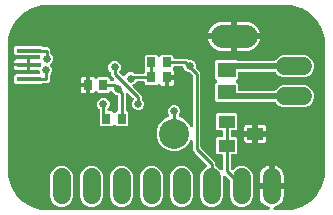
<source format=gbr>
G04 EAGLE Gerber X2 export*
%TF.Part,Single*%
%TF.FileFunction,Copper,L2,Bot,Mixed*%
%TF.FilePolarity,Positive*%
%TF.GenerationSoftware,Autodesk,EAGLE,9.0.0*%
%TF.CreationDate,2018-05-02T08:01:06Z*%
G75*
%MOMM*%
%FSLAX34Y34*%
%LPD*%
%AMOC8*
5,1,8,0,0,1.08239X$1,22.5*%
G01*
%ADD10R,0.700000X0.900000*%
%ADD11R,2.000000X0.400000*%
%ADD12R,1.500000X1.300000*%
%ADD13C,1.500000*%
%ADD14C,1.981200*%
%ADD15C,2.540000*%
%ADD16R,1.400000X1.000000*%
%ADD17C,1.524000*%
%ADD18C,0.650000*%
%ADD19C,0.254000*%
%ADD20C,0.508000*%

G36*
X225982Y5397D02*
X225982Y5397D01*
X226101Y5404D01*
X226139Y5417D01*
X226179Y5422D01*
X226290Y5465D01*
X226404Y5502D01*
X226437Y5524D01*
X226475Y5539D01*
X226571Y5609D01*
X226672Y5673D01*
X226700Y5702D01*
X226732Y5725D01*
X226808Y5817D01*
X226890Y5904D01*
X226909Y5940D01*
X226935Y5970D01*
X226986Y6078D01*
X227043Y6183D01*
X227053Y6222D01*
X227070Y6258D01*
X227093Y6375D01*
X227123Y6491D01*
X227123Y6531D01*
X227130Y6570D01*
X227123Y6690D01*
X227123Y6809D01*
X227113Y6848D01*
X227110Y6888D01*
X227074Y7001D01*
X227044Y7117D01*
X227025Y7152D01*
X227012Y7190D01*
X226948Y7291D01*
X226891Y7396D01*
X226864Y7425D01*
X226842Y7459D01*
X226755Y7541D01*
X226674Y7628D01*
X226640Y7650D01*
X226611Y7677D01*
X226506Y7735D01*
X226405Y7799D01*
X226350Y7821D01*
X226332Y7831D01*
X226312Y7836D01*
X226256Y7858D01*
X224700Y8364D01*
X223275Y9090D01*
X221981Y10030D01*
X220850Y11161D01*
X219910Y12455D01*
X219184Y13880D01*
X218689Y15401D01*
X218439Y16980D01*
X218439Y22861D01*
X227330Y22861D01*
X227448Y22876D01*
X227567Y22883D01*
X227605Y22896D01*
X227645Y22901D01*
X227756Y22944D01*
X227869Y22981D01*
X227903Y23003D01*
X227941Y23018D01*
X228037Y23088D01*
X228138Y23151D01*
X228166Y23181D01*
X228198Y23204D01*
X228274Y23296D01*
X228356Y23383D01*
X228375Y23418D01*
X228401Y23449D01*
X228452Y23557D01*
X228509Y23661D01*
X228520Y23701D01*
X228537Y23737D01*
X228559Y23854D01*
X228589Y23969D01*
X228593Y24030D01*
X228597Y24050D01*
X228595Y24070D01*
X228599Y24130D01*
X228599Y25401D01*
X228601Y25401D01*
X228601Y24130D01*
X228616Y24012D01*
X228623Y23893D01*
X228636Y23855D01*
X228641Y23814D01*
X228685Y23704D01*
X228721Y23591D01*
X228743Y23556D01*
X228758Y23519D01*
X228828Y23423D01*
X228891Y23322D01*
X228921Y23294D01*
X228945Y23261D01*
X229036Y23186D01*
X229123Y23104D01*
X229158Y23084D01*
X229190Y23059D01*
X229297Y23008D01*
X229402Y22950D01*
X229441Y22940D01*
X229477Y22923D01*
X229594Y22901D01*
X229709Y22871D01*
X229770Y22867D01*
X229790Y22863D01*
X229810Y22865D01*
X229870Y22861D01*
X238761Y22861D01*
X238761Y16980D01*
X238511Y15401D01*
X238016Y13880D01*
X237290Y12455D01*
X236350Y11161D01*
X235219Y10030D01*
X233925Y9090D01*
X232500Y8364D01*
X230944Y7858D01*
X230836Y7807D01*
X230725Y7763D01*
X230693Y7740D01*
X230657Y7723D01*
X230565Y7647D01*
X230468Y7577D01*
X230442Y7546D01*
X230411Y7520D01*
X230341Y7423D01*
X230265Y7332D01*
X230248Y7295D01*
X230224Y7263D01*
X230180Y7151D01*
X230130Y7044D01*
X230122Y7005D01*
X230107Y6967D01*
X230092Y6848D01*
X230070Y6731D01*
X230072Y6692D01*
X230067Y6652D01*
X230082Y6533D01*
X230090Y6414D01*
X230102Y6376D01*
X230107Y6336D01*
X230151Y6225D01*
X230188Y6112D01*
X230209Y6078D01*
X230224Y6040D01*
X230294Y5944D01*
X230358Y5843D01*
X230387Y5815D01*
X230411Y5783D01*
X230502Y5707D01*
X230589Y5625D01*
X230625Y5606D01*
X230655Y5580D01*
X230763Y5529D01*
X230868Y5471D01*
X230907Y5461D01*
X230943Y5444D01*
X231060Y5422D01*
X231176Y5392D01*
X231235Y5388D01*
X231255Y5384D01*
X231276Y5386D01*
X231337Y5382D01*
X241300Y5382D01*
X241321Y5384D01*
X241383Y5384D01*
X245488Y5654D01*
X245531Y5662D01*
X245576Y5662D01*
X245733Y5694D01*
X253664Y7819D01*
X253743Y7851D01*
X253825Y7874D01*
X253948Y7935D01*
X253958Y7939D01*
X253962Y7942D01*
X253970Y7946D01*
X261080Y12051D01*
X261148Y12102D01*
X261222Y12146D01*
X261325Y12237D01*
X261333Y12243D01*
X261336Y12246D01*
X261342Y12252D01*
X267148Y18058D01*
X267200Y18125D01*
X267260Y18186D01*
X267336Y18300D01*
X267343Y18309D01*
X267344Y18313D01*
X267349Y18320D01*
X271454Y25430D01*
X271487Y25509D01*
X271530Y25584D01*
X271553Y25653D01*
X271562Y25672D01*
X271565Y25690D01*
X271573Y25714D01*
X271578Y25724D01*
X271578Y25728D01*
X271581Y25736D01*
X273706Y33667D01*
X273712Y33710D01*
X273726Y33752D01*
X273746Y33912D01*
X274016Y38017D01*
X274014Y38038D01*
X274018Y38100D01*
X274018Y146050D01*
X274016Y146071D01*
X274016Y146133D01*
X273746Y150238D01*
X273738Y150281D01*
X273738Y150326D01*
X273706Y150483D01*
X271581Y158414D01*
X271549Y158493D01*
X271526Y158575D01*
X271465Y158698D01*
X271461Y158708D01*
X271458Y158712D01*
X271454Y158720D01*
X267349Y165830D01*
X267298Y165898D01*
X267254Y165972D01*
X267163Y166075D01*
X267157Y166083D01*
X267154Y166086D01*
X267148Y166092D01*
X261342Y171898D01*
X261275Y171950D01*
X261214Y172010D01*
X261100Y172086D01*
X261091Y172093D01*
X261087Y172094D01*
X261080Y172099D01*
X253970Y176204D01*
X253891Y176237D01*
X253816Y176280D01*
X253687Y176323D01*
X253676Y176328D01*
X253672Y176328D01*
X253664Y176331D01*
X245733Y178456D01*
X245690Y178462D01*
X245648Y178476D01*
X245488Y178496D01*
X241383Y178766D01*
X241362Y178764D01*
X241300Y178768D01*
X38100Y178768D01*
X38079Y178766D01*
X38017Y178766D01*
X33912Y178496D01*
X33869Y178488D01*
X33824Y178488D01*
X33667Y178456D01*
X25736Y176331D01*
X25657Y176299D01*
X25575Y176276D01*
X25452Y176215D01*
X25442Y176211D01*
X25438Y176208D01*
X25430Y176204D01*
X18320Y172099D01*
X18252Y172048D01*
X18178Y172004D01*
X18075Y171913D01*
X18067Y171907D01*
X18064Y171904D01*
X18058Y171898D01*
X12252Y166092D01*
X12200Y166025D01*
X12140Y165964D01*
X12064Y165850D01*
X12057Y165841D01*
X12056Y165837D01*
X12051Y165830D01*
X7946Y158720D01*
X7913Y158641D01*
X7870Y158566D01*
X7827Y158437D01*
X7822Y158426D01*
X7822Y158422D01*
X7819Y158414D01*
X5694Y150483D01*
X5688Y150440D01*
X5674Y150398D01*
X5654Y150238D01*
X5648Y150157D01*
X5384Y146133D01*
X5386Y146112D01*
X5382Y146050D01*
X5382Y38100D01*
X5384Y38079D01*
X5384Y38017D01*
X5654Y33912D01*
X5662Y33869D01*
X5662Y33824D01*
X5694Y33667D01*
X7819Y25736D01*
X7851Y25657D01*
X7874Y25575D01*
X7935Y25452D01*
X7939Y25442D01*
X7942Y25438D01*
X7946Y25430D01*
X12051Y18320D01*
X12102Y18252D01*
X12146Y18178D01*
X12237Y18075D01*
X12243Y18067D01*
X12246Y18064D01*
X12252Y18058D01*
X18058Y12252D01*
X18125Y12200D01*
X18186Y12140D01*
X18300Y12064D01*
X18309Y12057D01*
X18313Y12056D01*
X18320Y12051D01*
X25430Y7946D01*
X25509Y7913D01*
X25584Y7870D01*
X25713Y7827D01*
X25724Y7822D01*
X25728Y7822D01*
X25736Y7819D01*
X33667Y5694D01*
X33710Y5688D01*
X33752Y5674D01*
X33912Y5654D01*
X38017Y5384D01*
X38038Y5386D01*
X38100Y5382D01*
X225863Y5382D01*
X225982Y5397D01*
G37*
%LPC*%
G36*
X175886Y8159D02*
X175886Y8159D01*
X172350Y9624D01*
X169644Y12330D01*
X168179Y15866D01*
X168179Y34934D01*
X169644Y38470D01*
X172350Y41176D01*
X173493Y41649D01*
X173536Y41674D01*
X173583Y41691D01*
X173674Y41753D01*
X173769Y41807D01*
X173805Y41842D01*
X173846Y41869D01*
X173919Y41952D01*
X173998Y42028D01*
X174024Y42071D01*
X174057Y42108D01*
X174107Y42206D01*
X174164Y42299D01*
X174179Y42347D01*
X174201Y42391D01*
X174225Y42498D01*
X174258Y42603D01*
X174260Y42653D01*
X174271Y42701D01*
X174268Y42811D01*
X174273Y42921D01*
X174263Y42970D01*
X174261Y43019D01*
X174231Y43125D01*
X174209Y43232D01*
X174187Y43277D01*
X174173Y43325D01*
X174117Y43419D01*
X174069Y43518D01*
X174036Y43556D01*
X174011Y43599D01*
X173905Y43720D01*
X164117Y53508D01*
X161829Y55795D01*
X161829Y63149D01*
X161821Y63218D01*
X161822Y63288D01*
X161801Y63375D01*
X161789Y63464D01*
X161764Y63529D01*
X161747Y63597D01*
X161705Y63676D01*
X161672Y63760D01*
X161631Y63816D01*
X161599Y63878D01*
X161538Y63945D01*
X161486Y64017D01*
X161432Y64062D01*
X161385Y64113D01*
X161310Y64163D01*
X161241Y64220D01*
X161177Y64250D01*
X161119Y64288D01*
X161034Y64317D01*
X160953Y64356D01*
X160884Y64369D01*
X160818Y64391D01*
X160729Y64399D01*
X160641Y64415D01*
X160571Y64411D01*
X160501Y64417D01*
X160413Y64401D01*
X160323Y64396D01*
X160257Y64374D01*
X160188Y64362D01*
X160106Y64325D01*
X160021Y64298D01*
X159962Y64260D01*
X159898Y64232D01*
X159828Y64176D01*
X159752Y64127D01*
X159704Y64077D01*
X159650Y64033D01*
X159595Y63961D01*
X159534Y63896D01*
X159500Y63835D01*
X159458Y63779D01*
X159387Y63634D01*
X158513Y61523D01*
X154377Y57387D01*
X148974Y55149D01*
X143126Y55149D01*
X137723Y57387D01*
X133587Y61523D01*
X131349Y66926D01*
X131349Y72774D01*
X133587Y78177D01*
X137723Y82313D01*
X141263Y83779D01*
X141306Y83804D01*
X141353Y83821D01*
X141444Y83882D01*
X141539Y83937D01*
X141575Y83971D01*
X141616Y83999D01*
X141689Y84081D01*
X141768Y84158D01*
X141794Y84201D01*
X141827Y84238D01*
X141877Y84335D01*
X141934Y84429D01*
X141949Y84477D01*
X141971Y84521D01*
X141995Y84628D01*
X142028Y84733D01*
X142030Y84783D01*
X142041Y84831D01*
X142038Y84941D01*
X142043Y85051D01*
X142033Y85099D01*
X142031Y85149D01*
X142001Y85255D01*
X141979Y85362D01*
X141957Y85407D01*
X141943Y85455D01*
X141887Y85549D01*
X141839Y85648D01*
X141807Y85686D01*
X141781Y85729D01*
X141675Y85849D01*
X141599Y85926D01*
X140799Y87856D01*
X140799Y89944D01*
X141599Y91874D01*
X143076Y93351D01*
X145006Y94151D01*
X147094Y94151D01*
X149024Y93351D01*
X150501Y91874D01*
X151301Y89944D01*
X151301Y87856D01*
X150501Y85926D01*
X150425Y85849D01*
X150395Y85810D01*
X150358Y85777D01*
X150297Y85685D01*
X150230Y85598D01*
X150210Y85553D01*
X150183Y85511D01*
X150147Y85407D01*
X150104Y85306D01*
X150096Y85257D01*
X150080Y85210D01*
X150071Y85100D01*
X150054Y84992D01*
X150059Y84943D01*
X150055Y84893D01*
X150073Y84785D01*
X150084Y84676D01*
X150100Y84629D01*
X150109Y84580D01*
X150154Y84480D01*
X150191Y84376D01*
X150219Y84335D01*
X150240Y84290D01*
X150308Y84204D01*
X150370Y84113D01*
X150407Y84080D01*
X150438Y84041D01*
X150526Y83975D01*
X150608Y83903D01*
X150652Y83880D01*
X150692Y83850D01*
X150837Y83779D01*
X154377Y82313D01*
X158513Y78177D01*
X159387Y76066D01*
X159422Y76005D01*
X159448Y75940D01*
X159500Y75867D01*
X159545Y75789D01*
X159593Y75739D01*
X159634Y75683D01*
X159704Y75625D01*
X159766Y75561D01*
X159826Y75524D01*
X159879Y75480D01*
X159961Y75442D01*
X160037Y75395D01*
X160104Y75374D01*
X160167Y75344D01*
X160255Y75327D01*
X160341Y75301D01*
X160411Y75298D01*
X160480Y75285D01*
X160569Y75290D01*
X160659Y75286D01*
X160727Y75300D01*
X160797Y75304D01*
X160882Y75332D01*
X160970Y75350D01*
X161033Y75381D01*
X161099Y75402D01*
X161175Y75450D01*
X161256Y75490D01*
X161309Y75535D01*
X161368Y75573D01*
X161430Y75638D01*
X161498Y75696D01*
X161538Y75753D01*
X161586Y75804D01*
X161629Y75883D01*
X161681Y75956D01*
X161706Y76022D01*
X161740Y76083D01*
X161762Y76169D01*
X161794Y76254D01*
X161802Y76323D01*
X161819Y76391D01*
X161829Y76551D01*
X161829Y118769D01*
X161817Y118868D01*
X161814Y118967D01*
X161797Y119025D01*
X161789Y119085D01*
X161753Y119177D01*
X161725Y119272D01*
X161695Y119324D01*
X161672Y119381D01*
X161614Y119461D01*
X161564Y119546D01*
X161498Y119622D01*
X161486Y119638D01*
X161476Y119646D01*
X161458Y119667D01*
X159422Y121703D01*
X159344Y121763D01*
X159272Y121831D01*
X159219Y121860D01*
X159171Y121897D01*
X159080Y121937D01*
X158993Y121985D01*
X158935Y122000D01*
X158879Y122024D01*
X158781Y122039D01*
X158685Y122064D01*
X158585Y122070D01*
X158565Y122074D01*
X158552Y122072D01*
X158524Y122074D01*
X158131Y122074D01*
X156201Y122874D01*
X154724Y124351D01*
X153990Y126121D01*
X153976Y126146D01*
X153967Y126174D01*
X153897Y126284D01*
X153833Y126397D01*
X153812Y126418D01*
X153797Y126443D01*
X153702Y126532D01*
X153612Y126625D01*
X153586Y126641D01*
X153565Y126661D01*
X153451Y126724D01*
X153341Y126792D01*
X153312Y126800D01*
X153286Y126815D01*
X153161Y126847D01*
X153037Y126885D01*
X153007Y126887D01*
X152979Y126894D01*
X152818Y126904D01*
X146620Y126904D01*
X146502Y126889D01*
X146383Y126882D01*
X146345Y126869D01*
X146304Y126864D01*
X146194Y126821D01*
X146081Y126784D01*
X146046Y126762D01*
X146009Y126747D01*
X145913Y126678D01*
X145812Y126614D01*
X145784Y126584D01*
X145751Y126561D01*
X145675Y126469D01*
X145594Y126382D01*
X145574Y126347D01*
X145549Y126316D01*
X145498Y126208D01*
X145440Y126104D01*
X145430Y126064D01*
X145413Y126028D01*
X145391Y125911D01*
X145361Y125796D01*
X145357Y125736D01*
X145353Y125716D01*
X145355Y125695D01*
X145351Y125635D01*
X145351Y124745D01*
X145340Y124721D01*
X145288Y124622D01*
X145277Y124576D01*
X145259Y124533D01*
X145241Y124421D01*
X145215Y124312D01*
X145216Y124265D01*
X145209Y124218D01*
X145219Y124106D01*
X145222Y123994D01*
X145234Y123949D01*
X145239Y123902D01*
X145277Y123796D01*
X145307Y123688D01*
X145339Y123623D01*
X145346Y123603D01*
X145356Y123587D01*
X145378Y123543D01*
X145718Y122956D01*
X145891Y122309D01*
X145891Y119224D01*
X140330Y119224D01*
X140212Y119209D01*
X140093Y119202D01*
X140055Y119189D01*
X140015Y119184D01*
X139904Y119141D01*
X139791Y119104D01*
X139757Y119082D01*
X139719Y119067D01*
X139623Y118998D01*
X139522Y118934D01*
X139494Y118904D01*
X139462Y118881D01*
X139386Y118789D01*
X139304Y118702D01*
X139285Y118667D01*
X139259Y118636D01*
X139208Y118528D01*
X139151Y118424D01*
X139141Y118384D01*
X139123Y118348D01*
X139101Y118231D01*
X139095Y118229D01*
X139054Y118224D01*
X138944Y118180D01*
X138831Y118144D01*
X138796Y118122D01*
X138759Y118107D01*
X138662Y118037D01*
X138562Y117974D01*
X138534Y117944D01*
X138501Y117920D01*
X138425Y117829D01*
X138344Y117742D01*
X138324Y117707D01*
X138299Y117675D01*
X138248Y117568D01*
X138190Y117463D01*
X138180Y117424D01*
X138163Y117388D01*
X138141Y117271D01*
X138111Y117155D01*
X138107Y117095D01*
X138103Y117075D01*
X138105Y117055D01*
X138101Y116995D01*
X138101Y110434D01*
X136016Y110434D01*
X135369Y110607D01*
X134790Y110942D01*
X134317Y111415D01*
X134157Y111693D01*
X134081Y111793D01*
X134010Y111897D01*
X133985Y111919D01*
X133964Y111946D01*
X133866Y112024D01*
X133772Y112107D01*
X133742Y112123D01*
X133715Y112143D01*
X133600Y112195D01*
X133488Y112252D01*
X133455Y112259D01*
X133425Y112273D01*
X133301Y112294D01*
X133178Y112321D01*
X133144Y112320D01*
X133111Y112326D01*
X132986Y112316D01*
X132860Y112312D01*
X132828Y112302D01*
X132794Y112300D01*
X132676Y112258D01*
X132555Y112223D01*
X132526Y112206D01*
X132494Y112195D01*
X132389Y112126D01*
X132281Y112062D01*
X132244Y112030D01*
X132229Y112019D01*
X132214Y112003D01*
X132160Y111955D01*
X131179Y110974D01*
X122521Y110974D01*
X121349Y112146D01*
X121349Y112935D01*
X121334Y113053D01*
X121327Y113172D01*
X121314Y113210D01*
X121309Y113251D01*
X121266Y113361D01*
X121229Y113474D01*
X121207Y113509D01*
X121192Y113546D01*
X121123Y113642D01*
X121059Y113743D01*
X121029Y113771D01*
X121006Y113804D01*
X120914Y113880D01*
X120827Y113961D01*
X120792Y113981D01*
X120761Y114006D01*
X120653Y114057D01*
X120549Y114115D01*
X120509Y114125D01*
X120473Y114142D01*
X120356Y114164D01*
X120241Y114194D01*
X120181Y114198D01*
X120161Y114202D01*
X120140Y114200D01*
X120080Y114204D01*
X114737Y114204D01*
X114707Y114201D01*
X114677Y114203D01*
X114550Y114181D01*
X114421Y114164D01*
X114394Y114153D01*
X114364Y114148D01*
X114246Y114095D01*
X114126Y114047D01*
X114102Y114030D01*
X114074Y114017D01*
X113973Y113937D01*
X113868Y113861D01*
X113849Y113837D01*
X113826Y113819D01*
X113785Y113765D01*
X112174Y112154D01*
X111495Y111872D01*
X111452Y111848D01*
X111405Y111831D01*
X111314Y111769D01*
X111218Y111715D01*
X111183Y111680D01*
X111142Y111652D01*
X111069Y111570D01*
X110990Y111493D01*
X110964Y111451D01*
X110931Y111414D01*
X110881Y111316D01*
X110824Y111222D01*
X110809Y111175D01*
X110787Y111130D01*
X110762Y111023D01*
X110730Y110918D01*
X110728Y110869D01*
X110717Y110820D01*
X110720Y110710D01*
X110715Y110601D01*
X110725Y110552D01*
X110727Y110502D01*
X110757Y110397D01*
X110779Y110289D01*
X110801Y110244D01*
X110815Y110197D01*
X110871Y110102D01*
X110919Y110003D01*
X110951Y109966D01*
X110976Y109923D01*
X111083Y109802D01*
X118821Y102064D01*
X118821Y99586D01*
X118833Y99487D01*
X118836Y99388D01*
X118853Y99330D01*
X118861Y99270D01*
X118897Y99178D01*
X118925Y99083D01*
X118955Y99031D01*
X118978Y98974D01*
X119036Y98894D01*
X119086Y98809D01*
X119152Y98734D01*
X119164Y98717D01*
X119174Y98709D01*
X119192Y98688D01*
X120001Y97879D01*
X120801Y95949D01*
X120801Y93861D01*
X120001Y91931D01*
X118524Y90454D01*
X116594Y89654D01*
X114506Y89654D01*
X112576Y90454D01*
X111099Y91931D01*
X110299Y93861D01*
X110299Y95949D01*
X111099Y97879D01*
X111529Y98310D01*
X111602Y98404D01*
X111681Y98493D01*
X111699Y98529D01*
X111724Y98561D01*
X111771Y98670D01*
X111825Y98776D01*
X111834Y98816D01*
X111850Y98853D01*
X111869Y98971D01*
X111895Y99087D01*
X111894Y99127D01*
X111900Y99167D01*
X111889Y99286D01*
X111885Y99404D01*
X111874Y99443D01*
X111870Y99484D01*
X111830Y99596D01*
X111797Y99710D01*
X111776Y99745D01*
X111763Y99783D01*
X111696Y99881D01*
X111635Y99984D01*
X111596Y100029D01*
X111584Y100046D01*
X111569Y100059D01*
X111529Y100105D01*
X107187Y104446D01*
X107078Y104531D01*
X106971Y104620D01*
X106952Y104629D01*
X106936Y104641D01*
X106808Y104697D01*
X106683Y104756D01*
X106663Y104760D01*
X106644Y104768D01*
X106506Y104790D01*
X106370Y104816D01*
X106350Y104814D01*
X106330Y104817D01*
X106191Y104804D01*
X106053Y104796D01*
X106034Y104790D01*
X106014Y104788D01*
X105882Y104740D01*
X105751Y104698D01*
X105733Y104687D01*
X105714Y104680D01*
X105599Y104602D01*
X105482Y104528D01*
X105468Y104513D01*
X105451Y104501D01*
X105359Y104397D01*
X105264Y104296D01*
X105254Y104278D01*
X105241Y104263D01*
X105177Y104139D01*
X105110Y104017D01*
X105105Y103998D01*
X105096Y103980D01*
X105066Y103844D01*
X105031Y103710D01*
X105029Y103681D01*
X105026Y103669D01*
X105027Y103649D01*
X105021Y103549D01*
X105021Y90320D01*
X105036Y90202D01*
X105043Y90083D01*
X105056Y90045D01*
X105061Y90004D01*
X105104Y89894D01*
X105141Y89781D01*
X105163Y89746D01*
X105178Y89709D01*
X105247Y89613D01*
X105311Y89512D01*
X105341Y89484D01*
X105364Y89451D01*
X105456Y89375D01*
X105543Y89294D01*
X105578Y89274D01*
X105609Y89249D01*
X105717Y89198D01*
X105821Y89140D01*
X105861Y89130D01*
X105897Y89113D01*
X106014Y89091D01*
X106047Y89082D01*
X107251Y87879D01*
X107251Y77221D01*
X106079Y76049D01*
X97421Y76049D01*
X96148Y77323D01*
X96053Y77396D01*
X95964Y77475D01*
X95928Y77493D01*
X95896Y77518D01*
X95787Y77565D01*
X95681Y77619D01*
X95642Y77628D01*
X95604Y77644D01*
X95487Y77663D01*
X95371Y77689D01*
X95330Y77688D01*
X95290Y77694D01*
X95172Y77683D01*
X95053Y77679D01*
X95014Y77668D01*
X94974Y77664D01*
X94861Y77624D01*
X94747Y77591D01*
X94713Y77570D01*
X94674Y77557D01*
X94576Y77490D01*
X94473Y77429D01*
X94428Y77390D01*
X94411Y77378D01*
X94398Y77363D01*
X94353Y77323D01*
X93079Y76049D01*
X84421Y76049D01*
X83249Y77221D01*
X83249Y82899D01*
X83237Y82998D01*
X83234Y83097D01*
X83217Y83155D01*
X83209Y83215D01*
X83173Y83307D01*
X83145Y83402D01*
X83115Y83454D01*
X83092Y83511D01*
X83034Y83591D01*
X82984Y83676D01*
X82954Y83710D01*
X82954Y90144D01*
X82942Y90243D01*
X82939Y90342D01*
X82922Y90400D01*
X82914Y90460D01*
X82878Y90552D01*
X82850Y90647D01*
X82820Y90699D01*
X82797Y90756D01*
X82739Y90836D01*
X82689Y90921D01*
X82623Y90996D01*
X82611Y91013D01*
X82601Y91021D01*
X82583Y91042D01*
X81774Y91851D01*
X80974Y93781D01*
X80974Y95869D01*
X81774Y97799D01*
X83251Y99276D01*
X85181Y100076D01*
X87269Y100076D01*
X89199Y99276D01*
X90676Y97799D01*
X91476Y95869D01*
X91476Y93781D01*
X90676Y91851D01*
X90043Y91217D01*
X89958Y91108D01*
X89869Y91001D01*
X89861Y90982D01*
X89848Y90966D01*
X89793Y90838D01*
X89734Y90713D01*
X89730Y90693D01*
X89722Y90674D01*
X89700Y90536D01*
X89674Y90400D01*
X89675Y90380D01*
X89672Y90360D01*
X89685Y90221D01*
X89694Y90083D01*
X89700Y90064D01*
X89702Y90044D01*
X89749Y89913D01*
X89792Y89781D01*
X89803Y89763D01*
X89809Y89744D01*
X89887Y89630D01*
X89962Y89512D01*
X89977Y89498D01*
X89988Y89481D01*
X90092Y89389D01*
X90193Y89294D01*
X90211Y89284D01*
X90226Y89271D01*
X90350Y89208D01*
X90472Y89140D01*
X90492Y89135D01*
X90510Y89126D01*
X90646Y89096D01*
X90780Y89061D01*
X90808Y89059D01*
X90820Y89056D01*
X90840Y89057D01*
X90941Y89051D01*
X93079Y89051D01*
X94353Y87777D01*
X94447Y87704D01*
X94536Y87625D01*
X94572Y87607D01*
X94604Y87582D01*
X94713Y87535D01*
X94819Y87481D01*
X94858Y87472D01*
X94896Y87456D01*
X95013Y87437D01*
X95129Y87411D01*
X95170Y87412D01*
X95210Y87406D01*
X95328Y87417D01*
X95447Y87421D01*
X95486Y87432D01*
X95526Y87436D01*
X95638Y87476D01*
X95753Y87509D01*
X95788Y87530D01*
X95826Y87543D01*
X95924Y87610D01*
X96027Y87671D01*
X96072Y87710D01*
X96089Y87722D01*
X96102Y87737D01*
X96148Y87777D01*
X97443Y89073D01*
X97447Y89073D01*
X97485Y89086D01*
X97526Y89091D01*
X97636Y89134D01*
X97749Y89171D01*
X97784Y89193D01*
X97821Y89208D01*
X97917Y89277D01*
X98018Y89341D01*
X98046Y89371D01*
X98079Y89394D01*
X98155Y89486D01*
X98236Y89573D01*
X98256Y89608D01*
X98281Y89639D01*
X98332Y89747D01*
X98390Y89851D01*
X98400Y89891D01*
X98417Y89927D01*
X98439Y90044D01*
X98469Y90159D01*
X98473Y90219D01*
X98477Y90239D01*
X98475Y90260D01*
X98479Y90320D01*
X98479Y101430D01*
X98464Y101548D01*
X98457Y101667D01*
X98444Y101705D01*
X98439Y101746D01*
X98396Y101856D01*
X98359Y101969D01*
X98337Y102004D01*
X98322Y102041D01*
X98253Y102137D01*
X98189Y102238D01*
X98159Y102266D01*
X98136Y102299D01*
X98044Y102375D01*
X97957Y102456D01*
X97922Y102476D01*
X97891Y102501D01*
X97783Y102552D01*
X97679Y102610D01*
X97639Y102620D01*
X97603Y102637D01*
X97486Y102659D01*
X97462Y102665D01*
X95451Y103499D01*
X93974Y104976D01*
X93699Y105638D01*
X93675Y105681D01*
X93658Y105728D01*
X93596Y105819D01*
X93542Y105914D01*
X93507Y105950D01*
X93479Y105991D01*
X93397Y106064D01*
X93321Y106143D01*
X93278Y106169D01*
X93241Y106201D01*
X93143Y106251D01*
X93049Y106309D01*
X93002Y106323D01*
X92958Y106346D01*
X92851Y106370D01*
X92745Y106402D01*
X92696Y106405D01*
X92647Y106416D01*
X92538Y106412D01*
X92428Y106418D01*
X92379Y106408D01*
X92329Y106406D01*
X92224Y106376D01*
X92116Y106353D01*
X92072Y106331D01*
X92024Y106318D01*
X91929Y106262D01*
X91831Y106214D01*
X91793Y106181D01*
X91750Y106156D01*
X91629Y106050D01*
X90204Y104624D01*
X81546Y104624D01*
X80565Y105605D01*
X80466Y105683D01*
X80371Y105765D01*
X80340Y105780D01*
X80314Y105800D01*
X80199Y105850D01*
X80086Y105906D01*
X80053Y105913D01*
X80022Y105927D01*
X79898Y105946D01*
X79775Y105973D01*
X79741Y105971D01*
X79708Y105977D01*
X79582Y105965D01*
X79457Y105960D01*
X79425Y105950D01*
X79391Y105947D01*
X79273Y105904D01*
X79153Y105868D01*
X79124Y105851D01*
X79092Y105839D01*
X78988Y105769D01*
X78880Y105704D01*
X78857Y105680D01*
X78829Y105661D01*
X78746Y105566D01*
X78658Y105477D01*
X78631Y105436D01*
X78618Y105422D01*
X78608Y105403D01*
X78568Y105343D01*
X78408Y105065D01*
X77935Y104592D01*
X77356Y104257D01*
X76709Y104084D01*
X74624Y104084D01*
X74624Y110645D01*
X74609Y110763D01*
X74602Y110882D01*
X74589Y110920D01*
X74584Y110960D01*
X74541Y111071D01*
X74525Y111119D01*
X74535Y111137D01*
X74545Y111176D01*
X74562Y111212D01*
X74584Y111329D01*
X74614Y111445D01*
X74618Y111505D01*
X74622Y111525D01*
X74620Y111545D01*
X74624Y111605D01*
X74624Y118166D01*
X76709Y118166D01*
X77356Y117993D01*
X77935Y117658D01*
X78408Y117185D01*
X78568Y116907D01*
X78644Y116807D01*
X78715Y116703D01*
X78740Y116681D01*
X78761Y116654D01*
X78859Y116576D01*
X78953Y116493D01*
X78983Y116477D01*
X79010Y116457D01*
X79125Y116405D01*
X79237Y116348D01*
X79270Y116341D01*
X79300Y116327D01*
X79424Y116306D01*
X79547Y116279D01*
X79581Y116280D01*
X79614Y116274D01*
X79739Y116284D01*
X79865Y116288D01*
X79897Y116298D01*
X79931Y116300D01*
X80049Y116342D01*
X80170Y116377D01*
X80199Y116394D01*
X80231Y116405D01*
X80336Y116474D01*
X80444Y116538D01*
X80481Y116570D01*
X80496Y116581D01*
X80511Y116597D01*
X80565Y116645D01*
X81546Y117626D01*
X90204Y117626D01*
X91376Y116454D01*
X91376Y115665D01*
X91391Y115547D01*
X91398Y115428D01*
X91411Y115390D01*
X91416Y115349D01*
X91459Y115239D01*
X91496Y115126D01*
X91518Y115091D01*
X91533Y115054D01*
X91602Y114958D01*
X91666Y114857D01*
X91696Y114829D01*
X91719Y114796D01*
X91811Y114720D01*
X91898Y114639D01*
X91933Y114619D01*
X91964Y114594D01*
X92072Y114543D01*
X92176Y114485D01*
X92216Y114475D01*
X92252Y114458D01*
X92369Y114436D01*
X92484Y114406D01*
X92544Y114402D01*
X92564Y114398D01*
X92585Y114400D01*
X92645Y114396D01*
X94174Y114396D01*
X94311Y114413D01*
X94450Y114426D01*
X94469Y114433D01*
X94489Y114436D01*
X94618Y114487D01*
X94749Y114534D01*
X94766Y114545D01*
X94785Y114553D01*
X94898Y114634D01*
X95013Y114712D01*
X95026Y114728D01*
X95042Y114739D01*
X95131Y114847D01*
X95223Y114951D01*
X95232Y114969D01*
X95245Y114984D01*
X95304Y115110D01*
X95368Y115234D01*
X95372Y115254D01*
X95381Y115272D01*
X95407Y115408D01*
X95437Y115544D01*
X95437Y115565D01*
X95441Y115584D01*
X95432Y115723D01*
X95428Y115862D01*
X95422Y115882D01*
X95421Y115902D01*
X95378Y116034D01*
X95339Y116168D01*
X95329Y116185D01*
X95323Y116204D01*
X95248Y116322D01*
X95178Y116442D01*
X95159Y116463D01*
X95153Y116473D01*
X95138Y116487D01*
X95071Y116562D01*
X92479Y119155D01*
X92479Y121319D01*
X92467Y121418D01*
X92464Y121517D01*
X92447Y121575D01*
X92439Y121635D01*
X92403Y121727D01*
X92375Y121822D01*
X92345Y121874D01*
X92322Y121931D01*
X92264Y122011D01*
X92214Y122096D01*
X92148Y122171D01*
X92136Y122188D01*
X92126Y122196D01*
X92108Y122217D01*
X91299Y123026D01*
X90499Y124956D01*
X90499Y127044D01*
X91299Y128974D01*
X92776Y130451D01*
X94706Y131251D01*
X96794Y131251D01*
X98724Y130451D01*
X100201Y128974D01*
X101001Y127044D01*
X101001Y124956D01*
X100201Y123026D01*
X99928Y122752D01*
X99855Y122658D01*
X99776Y122569D01*
X99758Y122533D01*
X99733Y122501D01*
X99686Y122392D01*
X99631Y122286D01*
X99623Y122246D01*
X99606Y122209D01*
X99588Y122091D01*
X99562Y121975D01*
X99563Y121935D01*
X99557Y121895D01*
X99568Y121776D01*
X99571Y121657D01*
X99583Y121619D01*
X99586Y121578D01*
X99627Y121466D01*
X99660Y121352D01*
X99680Y121317D01*
X99694Y121279D01*
X99761Y121181D01*
X99821Y121078D01*
X99861Y121033D01*
X99873Y121016D01*
X99888Y121003D01*
X99928Y120957D01*
X102397Y118488D01*
X102436Y118457D01*
X102470Y118421D01*
X102561Y118360D01*
X102648Y118293D01*
X102694Y118273D01*
X102735Y118246D01*
X102839Y118210D01*
X102940Y118167D01*
X102989Y118159D01*
X103036Y118143D01*
X103145Y118134D01*
X103254Y118117D01*
X103304Y118121D01*
X103353Y118117D01*
X103461Y118136D01*
X103571Y118147D01*
X103618Y118163D01*
X103667Y118172D01*
X103767Y118217D01*
X103870Y118254D01*
X103911Y118282D01*
X103957Y118302D01*
X104042Y118371D01*
X104133Y118433D01*
X104166Y118470D01*
X104205Y118501D01*
X104271Y118589D01*
X104344Y118671D01*
X104366Y118715D01*
X104396Y118755D01*
X104467Y118900D01*
X104749Y119579D01*
X106226Y121056D01*
X108156Y121856D01*
X110244Y121856D01*
X112206Y121043D01*
X112264Y120989D01*
X112317Y120960D01*
X112364Y120923D01*
X112455Y120883D01*
X112542Y120835D01*
X112601Y120820D01*
X112656Y120796D01*
X112754Y120781D01*
X112850Y120756D01*
X112950Y120750D01*
X112970Y120746D01*
X112983Y120748D01*
X113011Y120746D01*
X120080Y120746D01*
X120198Y120761D01*
X120317Y120768D01*
X120355Y120781D01*
X120396Y120786D01*
X120506Y120829D01*
X120619Y120866D01*
X120654Y120888D01*
X120691Y120903D01*
X120787Y120972D01*
X120888Y121036D01*
X120916Y121066D01*
X120949Y121089D01*
X121025Y121181D01*
X121106Y121268D01*
X121126Y121303D01*
X121151Y121334D01*
X121202Y121442D01*
X121260Y121546D01*
X121270Y121586D01*
X121287Y121622D01*
X121309Y121739D01*
X121339Y121854D01*
X121343Y121914D01*
X121347Y121934D01*
X121345Y121955D01*
X121349Y122015D01*
X121349Y122804D01*
X121473Y122927D01*
X121546Y123022D01*
X121625Y123111D01*
X121643Y123147D01*
X121668Y123179D01*
X121715Y123288D01*
X121769Y123394D01*
X121778Y123433D01*
X121794Y123471D01*
X121813Y123588D01*
X121839Y123704D01*
X121838Y123745D01*
X121844Y123785D01*
X121833Y123903D01*
X121829Y124022D01*
X121818Y124061D01*
X121814Y124101D01*
X121774Y124213D01*
X121741Y124328D01*
X121720Y124363D01*
X121707Y124401D01*
X121640Y124499D01*
X121579Y124602D01*
X121540Y124647D01*
X121528Y124664D01*
X121513Y124677D01*
X121473Y124722D01*
X121349Y124846D01*
X121349Y135504D01*
X122521Y136676D01*
X131179Y136676D01*
X132452Y135402D01*
X132547Y135329D01*
X132636Y135250D01*
X132672Y135232D01*
X132704Y135207D01*
X132813Y135160D01*
X132919Y135106D01*
X132958Y135097D01*
X132996Y135081D01*
X133113Y135062D01*
X133229Y135036D01*
X133270Y135037D01*
X133310Y135031D01*
X133428Y135042D01*
X133547Y135046D01*
X133586Y135057D01*
X133626Y135061D01*
X133739Y135101D01*
X133853Y135134D01*
X133887Y135155D01*
X133926Y135168D01*
X134024Y135235D01*
X134127Y135296D01*
X134172Y135335D01*
X134189Y135347D01*
X134202Y135362D01*
X134247Y135402D01*
X135521Y136676D01*
X144179Y136676D01*
X145351Y135504D01*
X145351Y134715D01*
X145366Y134597D01*
X145373Y134478D01*
X145386Y134440D01*
X145391Y134399D01*
X145434Y134289D01*
X145471Y134176D01*
X145493Y134141D01*
X145508Y134104D01*
X145577Y134008D01*
X145641Y133907D01*
X145671Y133879D01*
X145694Y133846D01*
X145786Y133770D01*
X145873Y133689D01*
X145908Y133669D01*
X145939Y133644D01*
X146047Y133593D01*
X146151Y133535D01*
X146191Y133525D01*
X146227Y133508D01*
X146344Y133486D01*
X146459Y133456D01*
X146519Y133452D01*
X146539Y133448D01*
X146560Y133450D01*
X146620Y133446D01*
X156930Y133446D01*
X157428Y132947D01*
X157506Y132887D01*
X157578Y132819D01*
X157631Y132790D01*
X157679Y132753D01*
X157770Y132713D01*
X157857Y132665D01*
X157915Y132650D01*
X157971Y132626D01*
X158069Y132611D01*
X158165Y132586D01*
X158265Y132580D01*
X158285Y132576D01*
X158298Y132578D01*
X158326Y132576D01*
X160219Y132576D01*
X162149Y131776D01*
X163626Y130299D01*
X164426Y128369D01*
X164426Y126476D01*
X164438Y126377D01*
X164441Y126278D01*
X164458Y126220D01*
X164466Y126160D01*
X164502Y126068D01*
X164530Y125973D01*
X164560Y125921D01*
X164583Y125864D01*
X164641Y125784D01*
X164691Y125699D01*
X164757Y125623D01*
X164769Y125607D01*
X164779Y125599D01*
X164797Y125578D01*
X168371Y122005D01*
X168371Y59031D01*
X168383Y58932D01*
X168386Y58833D01*
X168403Y58775D01*
X168411Y58715D01*
X168447Y58623D01*
X168475Y58528D01*
X168505Y58476D01*
X168528Y58419D01*
X168586Y58339D01*
X168636Y58254D01*
X168702Y58178D01*
X168714Y58162D01*
X168724Y58154D01*
X168742Y58133D01*
X181071Y45805D01*
X181071Y42927D01*
X181074Y42897D01*
X181072Y42868D01*
X181094Y42740D01*
X181111Y42611D01*
X181121Y42584D01*
X181126Y42555D01*
X181180Y42436D01*
X181228Y42315D01*
X181245Y42292D01*
X181257Y42265D01*
X181338Y42163D01*
X181414Y42058D01*
X181437Y42039D01*
X181456Y42016D01*
X181559Y41938D01*
X181659Y41855D01*
X181686Y41843D01*
X181710Y41825D01*
X181854Y41754D01*
X183250Y41176D01*
X185143Y39283D01*
X185252Y39198D01*
X185359Y39109D01*
X185378Y39101D01*
X185394Y39088D01*
X185522Y39033D01*
X185647Y38974D01*
X185667Y38970D01*
X185686Y38962D01*
X185824Y38940D01*
X185960Y38914D01*
X185980Y38915D01*
X186000Y38912D01*
X186139Y38925D01*
X186277Y38934D01*
X186296Y38940D01*
X186316Y38942D01*
X186448Y38989D01*
X186579Y39032D01*
X186597Y39043D01*
X186616Y39049D01*
X186731Y39128D01*
X186848Y39202D01*
X186862Y39217D01*
X186879Y39228D01*
X186971Y39332D01*
X187066Y39434D01*
X187076Y39451D01*
X187089Y39466D01*
X187153Y39591D01*
X187220Y39712D01*
X187225Y39732D01*
X187234Y39750D01*
X187264Y39886D01*
X187299Y40020D01*
X187301Y40048D01*
X187304Y40060D01*
X187303Y40081D01*
X187309Y40181D01*
X187309Y51420D01*
X187294Y51538D01*
X187287Y51657D01*
X187274Y51695D01*
X187269Y51736D01*
X187226Y51846D01*
X187189Y51959D01*
X187167Y51994D01*
X187152Y52031D01*
X187083Y52127D01*
X187019Y52228D01*
X186989Y52256D01*
X186966Y52289D01*
X186874Y52365D01*
X186787Y52446D01*
X186752Y52466D01*
X186721Y52491D01*
X186613Y52542D01*
X186509Y52600D01*
X186469Y52610D01*
X186433Y52627D01*
X186316Y52649D01*
X186201Y52679D01*
X186141Y52683D01*
X186121Y52687D01*
X186100Y52685D01*
X186040Y52689D01*
X182751Y52689D01*
X181579Y53861D01*
X181579Y65519D01*
X182751Y66691D01*
X186040Y66691D01*
X186158Y66706D01*
X186277Y66713D01*
X186315Y66726D01*
X186356Y66731D01*
X186466Y66774D01*
X186579Y66811D01*
X186614Y66833D01*
X186651Y66848D01*
X186747Y66917D01*
X186848Y66981D01*
X186876Y67011D01*
X186909Y67034D01*
X186985Y67126D01*
X187066Y67213D01*
X187086Y67248D01*
X187111Y67279D01*
X187162Y67387D01*
X187220Y67491D01*
X187230Y67531D01*
X187247Y67567D01*
X187269Y67684D01*
X187299Y67799D01*
X187303Y67859D01*
X187307Y67879D01*
X187305Y67900D01*
X187309Y67960D01*
X187309Y71740D01*
X187294Y71858D01*
X187287Y71977D01*
X187274Y72015D01*
X187269Y72056D01*
X187226Y72166D01*
X187189Y72279D01*
X187167Y72314D01*
X187152Y72351D01*
X187083Y72447D01*
X187019Y72548D01*
X186989Y72576D01*
X186966Y72609D01*
X186874Y72685D01*
X186787Y72766D01*
X186752Y72786D01*
X186721Y72811D01*
X186613Y72862D01*
X186509Y72920D01*
X186469Y72930D01*
X186433Y72947D01*
X186316Y72969D01*
X186201Y72999D01*
X186141Y73003D01*
X186121Y73007D01*
X186100Y73005D01*
X186040Y73009D01*
X182751Y73009D01*
X181579Y74181D01*
X181579Y85839D01*
X182751Y87011D01*
X198409Y87011D01*
X199581Y85839D01*
X199581Y74181D01*
X198409Y73009D01*
X195120Y73009D01*
X195002Y72994D01*
X194883Y72987D01*
X194845Y72974D01*
X194804Y72969D01*
X194694Y72926D01*
X194581Y72889D01*
X194546Y72867D01*
X194509Y72852D01*
X194413Y72783D01*
X194312Y72719D01*
X194284Y72689D01*
X194251Y72666D01*
X194175Y72574D01*
X194094Y72487D01*
X194074Y72452D01*
X194049Y72421D01*
X193998Y72313D01*
X193940Y72209D01*
X193930Y72169D01*
X193913Y72133D01*
X193891Y72016D01*
X193861Y71901D01*
X193857Y71841D01*
X193853Y71821D01*
X193855Y71800D01*
X193851Y71740D01*
X193851Y67960D01*
X193866Y67842D01*
X193873Y67723D01*
X193886Y67685D01*
X193891Y67644D01*
X193934Y67534D01*
X193971Y67421D01*
X193993Y67386D01*
X194008Y67349D01*
X194077Y67253D01*
X194141Y67152D01*
X194171Y67124D01*
X194194Y67091D01*
X194286Y67015D01*
X194373Y66934D01*
X194408Y66914D01*
X194439Y66889D01*
X194547Y66838D01*
X194651Y66780D01*
X194691Y66770D01*
X194727Y66753D01*
X194844Y66731D01*
X194959Y66701D01*
X195019Y66697D01*
X195039Y66693D01*
X195060Y66695D01*
X195120Y66691D01*
X198409Y66691D01*
X199581Y65519D01*
X199581Y53861D01*
X198409Y52689D01*
X195120Y52689D01*
X195002Y52674D01*
X194883Y52667D01*
X194845Y52654D01*
X194804Y52649D01*
X194694Y52606D01*
X194581Y52569D01*
X194546Y52547D01*
X194509Y52532D01*
X194413Y52463D01*
X194312Y52399D01*
X194284Y52369D01*
X194251Y52346D01*
X194175Y52254D01*
X194094Y52167D01*
X194074Y52132D01*
X194049Y52101D01*
X193998Y51993D01*
X193940Y51889D01*
X193930Y51849D01*
X193913Y51813D01*
X193891Y51696D01*
X193861Y51581D01*
X193857Y51521D01*
X193853Y51501D01*
X193855Y51480D01*
X193851Y51420D01*
X193851Y40341D01*
X193868Y40203D01*
X193881Y40064D01*
X193888Y40045D01*
X193891Y40025D01*
X193942Y39896D01*
X193989Y39765D01*
X194000Y39748D01*
X194008Y39729D01*
X194089Y39617D01*
X194167Y39502D01*
X194183Y39489D01*
X194194Y39472D01*
X194302Y39383D01*
X194406Y39291D01*
X194424Y39282D01*
X194439Y39269D01*
X194565Y39210D01*
X194689Y39147D01*
X194709Y39142D01*
X194727Y39134D01*
X194864Y39108D01*
X194999Y39077D01*
X195020Y39078D01*
X195039Y39074D01*
X195178Y39083D01*
X195317Y39087D01*
X195337Y39093D01*
X195357Y39094D01*
X195489Y39137D01*
X195623Y39175D01*
X195640Y39186D01*
X195659Y39192D01*
X195777Y39266D01*
X195897Y39337D01*
X195918Y39355D01*
X195928Y39362D01*
X195942Y39377D01*
X196017Y39443D01*
X197750Y41176D01*
X201286Y42641D01*
X205114Y42641D01*
X208650Y41176D01*
X211356Y38470D01*
X212821Y34934D01*
X212821Y15866D01*
X211356Y12330D01*
X208650Y9624D01*
X205114Y8159D01*
X201286Y8159D01*
X197750Y9624D01*
X195044Y12330D01*
X193579Y15866D01*
X193579Y29869D01*
X193567Y29968D01*
X193564Y30067D01*
X193547Y30125D01*
X193539Y30185D01*
X193503Y30277D01*
X193475Y30372D01*
X193445Y30424D01*
X193422Y30481D01*
X193364Y30561D01*
X193314Y30646D01*
X193248Y30722D01*
X193236Y30738D01*
X193226Y30746D01*
X193208Y30767D01*
X189597Y34378D01*
X189589Y34386D01*
X189479Y34471D01*
X189371Y34561D01*
X189353Y34569D01*
X189338Y34581D01*
X189209Y34637D01*
X189083Y34696D01*
X189064Y34700D01*
X189046Y34708D01*
X188908Y34730D01*
X188770Y34756D01*
X188751Y34755D01*
X188732Y34758D01*
X188593Y34745D01*
X188453Y34736D01*
X188435Y34731D01*
X188416Y34729D01*
X188284Y34682D01*
X188151Y34638D01*
X188134Y34628D01*
X188116Y34622D01*
X188000Y34543D01*
X187882Y34468D01*
X187869Y34454D01*
X187853Y34444D01*
X187760Y34339D01*
X187664Y34237D01*
X187655Y34220D01*
X187642Y34205D01*
X187578Y34081D01*
X187510Y33958D01*
X187506Y33939D01*
X187497Y33922D01*
X187466Y33786D01*
X187431Y33650D01*
X187429Y33624D01*
X187427Y33612D01*
X187427Y33592D01*
X187421Y33490D01*
X187421Y15866D01*
X185956Y12330D01*
X183250Y9624D01*
X179714Y8159D01*
X175886Y8159D01*
G37*
%LPD*%
%LPC*%
G36*
X238260Y92099D02*
X238260Y92099D01*
X234768Y93546D01*
X232096Y96218D01*
X232072Y96276D01*
X232057Y96301D01*
X232048Y96329D01*
X231979Y96439D01*
X231914Y96552D01*
X231894Y96573D01*
X231878Y96598D01*
X231784Y96687D01*
X231693Y96780D01*
X231668Y96796D01*
X231646Y96816D01*
X231533Y96879D01*
X231422Y96947D01*
X231394Y96955D01*
X231368Y96970D01*
X231242Y97002D01*
X231118Y97040D01*
X231088Y97042D01*
X231060Y97049D01*
X230899Y97059D01*
X200114Y97059D01*
X200016Y97047D01*
X199917Y97044D01*
X199859Y97027D01*
X199799Y97019D01*
X199707Y96983D01*
X199612Y96955D01*
X199560Y96925D01*
X199503Y96902D01*
X199423Y96844D01*
X199338Y96794D01*
X199262Y96728D01*
X199246Y96716D01*
X199238Y96706D01*
X199217Y96688D01*
X198829Y96299D01*
X182171Y96299D01*
X180999Y97471D01*
X180999Y112129D01*
X182273Y113402D01*
X182346Y113497D01*
X182425Y113586D01*
X182443Y113622D01*
X182468Y113654D01*
X182515Y113763D01*
X182569Y113869D01*
X182578Y113908D01*
X182594Y113946D01*
X182613Y114063D01*
X182639Y114179D01*
X182638Y114220D01*
X182644Y114260D01*
X182633Y114378D01*
X182629Y114497D01*
X182618Y114536D01*
X182614Y114576D01*
X182574Y114689D01*
X182541Y114803D01*
X182520Y114837D01*
X182507Y114876D01*
X182440Y114974D01*
X182379Y115077D01*
X182340Y115122D01*
X182328Y115139D01*
X182313Y115152D01*
X182273Y115197D01*
X180999Y116471D01*
X180999Y131129D01*
X182171Y132301D01*
X198829Y132301D01*
X199217Y131912D01*
X199295Y131852D01*
X199367Y131784D01*
X199420Y131755D01*
X199468Y131718D01*
X199559Y131678D01*
X199646Y131630D01*
X199704Y131615D01*
X199760Y131591D01*
X199858Y131576D01*
X199954Y131551D01*
X200054Y131545D01*
X200074Y131541D01*
X200086Y131543D01*
X200114Y131541D01*
X230899Y131541D01*
X230929Y131544D01*
X230958Y131542D01*
X231086Y131564D01*
X231215Y131581D01*
X231242Y131591D01*
X231271Y131597D01*
X231390Y131650D01*
X231510Y131698D01*
X231534Y131715D01*
X231561Y131727D01*
X231663Y131808D01*
X231768Y131884D01*
X231787Y131907D01*
X231810Y131926D01*
X231888Y132030D01*
X231971Y132129D01*
X231983Y132156D01*
X232001Y132180D01*
X232072Y132324D01*
X232096Y132382D01*
X234768Y135054D01*
X238260Y136501D01*
X257040Y136501D01*
X260532Y135054D01*
X263204Y132382D01*
X264651Y128890D01*
X264651Y125110D01*
X263204Y121618D01*
X260532Y118946D01*
X257040Y117499D01*
X238260Y117499D01*
X234768Y118946D01*
X232096Y121618D01*
X232072Y121676D01*
X232057Y121701D01*
X232048Y121729D01*
X231979Y121839D01*
X231914Y121952D01*
X231894Y121973D01*
X231878Y121998D01*
X231784Y122087D01*
X231693Y122180D01*
X231668Y122196D01*
X231646Y122216D01*
X231533Y122279D01*
X231422Y122347D01*
X231394Y122355D01*
X231368Y122370D01*
X231242Y122402D01*
X231118Y122440D01*
X231088Y122442D01*
X231060Y122449D01*
X230899Y122459D01*
X201270Y122459D01*
X201152Y122444D01*
X201033Y122437D01*
X200995Y122424D01*
X200954Y122419D01*
X200844Y122376D01*
X200731Y122339D01*
X200696Y122317D01*
X200659Y122302D01*
X200563Y122233D01*
X200462Y122169D01*
X200434Y122139D01*
X200401Y122116D01*
X200325Y122024D01*
X200244Y121937D01*
X200224Y121902D01*
X200199Y121871D01*
X200148Y121763D01*
X200090Y121659D01*
X200080Y121619D01*
X200063Y121583D01*
X200041Y121466D01*
X200011Y121351D01*
X200007Y121291D01*
X200003Y121271D01*
X200005Y121250D01*
X200001Y121190D01*
X200001Y116471D01*
X198727Y115197D01*
X198654Y115103D01*
X198575Y115014D01*
X198557Y114978D01*
X198532Y114946D01*
X198485Y114837D01*
X198431Y114731D01*
X198422Y114692D01*
X198406Y114654D01*
X198387Y114537D01*
X198361Y114421D01*
X198362Y114380D01*
X198356Y114340D01*
X198367Y114222D01*
X198371Y114103D01*
X198382Y114064D01*
X198386Y114024D01*
X198426Y113912D01*
X198459Y113797D01*
X198480Y113762D01*
X198493Y113724D01*
X198560Y113626D01*
X198621Y113523D01*
X198660Y113478D01*
X198672Y113461D01*
X198687Y113448D01*
X198727Y113402D01*
X200001Y112129D01*
X200001Y107410D01*
X200016Y107292D01*
X200023Y107173D01*
X200036Y107135D01*
X200041Y107094D01*
X200084Y106984D01*
X200121Y106871D01*
X200143Y106836D01*
X200158Y106799D01*
X200227Y106703D01*
X200291Y106602D01*
X200321Y106574D01*
X200344Y106541D01*
X200436Y106465D01*
X200523Y106384D01*
X200558Y106364D01*
X200589Y106339D01*
X200697Y106288D01*
X200801Y106230D01*
X200841Y106220D01*
X200877Y106203D01*
X200994Y106181D01*
X201109Y106151D01*
X201169Y106147D01*
X201189Y106143D01*
X201210Y106145D01*
X201270Y106141D01*
X230899Y106141D01*
X230929Y106144D01*
X230958Y106142D01*
X231086Y106164D01*
X231215Y106181D01*
X231242Y106191D01*
X231271Y106197D01*
X231390Y106250D01*
X231510Y106298D01*
X231534Y106315D01*
X231561Y106327D01*
X231663Y106408D01*
X231768Y106484D01*
X231787Y106507D01*
X231810Y106526D01*
X231888Y106630D01*
X231971Y106729D01*
X231983Y106756D01*
X232001Y106780D01*
X232072Y106924D01*
X232096Y106982D01*
X234768Y109654D01*
X238260Y111101D01*
X257040Y111101D01*
X260532Y109654D01*
X263204Y106982D01*
X264651Y103490D01*
X264651Y99710D01*
X263204Y96218D01*
X260532Y93546D01*
X257040Y92099D01*
X238260Y92099D01*
G37*
%LPD*%
%LPC*%
G36*
X12031Y112269D02*
X12031Y112269D01*
X10859Y113441D01*
X10859Y119099D01*
X12031Y120271D01*
X31496Y120271D01*
X31546Y120277D01*
X31595Y120275D01*
X31703Y120297D01*
X31812Y120311D01*
X31858Y120329D01*
X31907Y120339D01*
X32005Y120387D01*
X32107Y120428D01*
X32148Y120457D01*
X32192Y120479D01*
X32276Y120550D01*
X32365Y120614D01*
X32396Y120653D01*
X32434Y120685D01*
X32497Y120775D01*
X32568Y120859D01*
X32589Y120904D01*
X32617Y120945D01*
X32656Y121048D01*
X32703Y121147D01*
X32712Y121196D01*
X32730Y121242D01*
X32742Y121352D01*
X32763Y121459D01*
X32760Y121509D01*
X32765Y121558D01*
X32750Y121667D01*
X32743Y121777D01*
X32728Y121824D01*
X32721Y121873D01*
X32669Y122026D01*
X32404Y122665D01*
X32402Y122697D01*
X32389Y122735D01*
X32384Y122776D01*
X32341Y122886D01*
X32304Y122999D01*
X32282Y123034D01*
X32267Y123071D01*
X32198Y123167D01*
X32134Y123268D01*
X32104Y123296D01*
X32081Y123329D01*
X31989Y123405D01*
X31902Y123486D01*
X31867Y123506D01*
X31836Y123531D01*
X31728Y123582D01*
X31624Y123640D01*
X31584Y123650D01*
X31548Y123667D01*
X31431Y123689D01*
X31316Y123719D01*
X31256Y123723D01*
X31236Y123727D01*
X31215Y123725D01*
X31155Y123729D01*
X24129Y123729D01*
X24129Y128270D01*
X24129Y132811D01*
X31580Y132811D01*
X31698Y132826D01*
X31817Y132833D01*
X31855Y132846D01*
X31896Y132851D01*
X32006Y132894D01*
X32119Y132931D01*
X32154Y132953D01*
X32191Y132968D01*
X32288Y133038D01*
X32388Y133101D01*
X32416Y133131D01*
X32449Y133154D01*
X32525Y133246D01*
X32606Y133333D01*
X32626Y133368D01*
X32651Y133399D01*
X32702Y133507D01*
X32760Y133611D01*
X32770Y133650D01*
X32787Y133687D01*
X32809Y133804D01*
X32839Y133919D01*
X32843Y133979D01*
X32847Y133999D01*
X32845Y134020D01*
X32849Y134080D01*
X32849Y134394D01*
X32899Y134514D01*
X32912Y134562D01*
X32933Y134607D01*
X32954Y134715D01*
X32983Y134821D01*
X32984Y134871D01*
X32993Y134920D01*
X32986Y135029D01*
X32988Y135139D01*
X32976Y135187D01*
X32973Y135237D01*
X32939Y135341D01*
X32914Y135448D01*
X32891Y135492D01*
X32875Y135539D01*
X32816Y135632D01*
X32765Y135729D01*
X32732Y135766D01*
X32705Y135808D01*
X32625Y135884D01*
X32551Y135965D01*
X32510Y135992D01*
X32473Y136026D01*
X32377Y136079D01*
X32285Y136139D01*
X32238Y136156D01*
X32195Y136180D01*
X32089Y136207D01*
X31985Y136243D01*
X31935Y136247D01*
X31887Y136259D01*
X31726Y136269D01*
X12031Y136269D01*
X10859Y137441D01*
X10859Y143099D01*
X12031Y144271D01*
X33689Y144271D01*
X34047Y143912D01*
X34125Y143852D01*
X34197Y143784D01*
X34250Y143755D01*
X34298Y143718D01*
X34389Y143678D01*
X34476Y143630D01*
X34534Y143615D01*
X34590Y143591D01*
X34688Y143576D01*
X34784Y143551D01*
X34884Y143545D01*
X34904Y143541D01*
X34916Y143543D01*
X34944Y143541D01*
X39455Y143541D01*
X41371Y141625D01*
X41371Y138031D01*
X41383Y137932D01*
X41386Y137833D01*
X41403Y137775D01*
X41411Y137715D01*
X41447Y137623D01*
X41475Y137528D01*
X41505Y137476D01*
X41528Y137419D01*
X41586Y137339D01*
X41636Y137254D01*
X41702Y137179D01*
X41714Y137162D01*
X41724Y137154D01*
X41742Y137133D01*
X42551Y136324D01*
X43351Y134394D01*
X43351Y132306D01*
X42551Y130376D01*
X41366Y129190D01*
X41293Y129096D01*
X41214Y129007D01*
X41196Y128971D01*
X41171Y128939D01*
X41124Y128829D01*
X41069Y128724D01*
X41061Y128684D01*
X41045Y128647D01*
X41026Y128529D01*
X41000Y128413D01*
X41001Y128373D01*
X40995Y128333D01*
X41006Y128214D01*
X41009Y128095D01*
X41021Y128057D01*
X41025Y128016D01*
X41065Y127904D01*
X41098Y127790D01*
X41118Y127755D01*
X41132Y127717D01*
X41199Y127619D01*
X41259Y127516D01*
X41299Y127471D01*
X41311Y127454D01*
X41326Y127440D01*
X41366Y127395D01*
X42126Y126635D01*
X42926Y124705D01*
X42926Y122616D01*
X42126Y120686D01*
X41317Y119877D01*
X41257Y119799D01*
X41189Y119727D01*
X41160Y119674D01*
X41123Y119626D01*
X41083Y119535D01*
X41035Y119448D01*
X41020Y119390D01*
X40996Y119334D01*
X40981Y119236D01*
X40956Y119140D01*
X40950Y119040D01*
X40946Y119020D01*
X40948Y119008D01*
X40946Y118980D01*
X40946Y114915D01*
X39030Y112999D01*
X34944Y112999D01*
X34846Y112987D01*
X34747Y112984D01*
X34689Y112967D01*
X34629Y112959D01*
X34537Y112923D01*
X34442Y112895D01*
X34390Y112865D01*
X34333Y112842D01*
X34253Y112784D01*
X34168Y112734D01*
X34092Y112668D01*
X34076Y112656D01*
X34068Y112646D01*
X34047Y112628D01*
X33689Y112269D01*
X12031Y112269D01*
G37*
%LPD*%
%LPC*%
G36*
X150486Y8159D02*
X150486Y8159D01*
X146950Y9624D01*
X144244Y12330D01*
X142779Y15866D01*
X142779Y34934D01*
X144244Y38470D01*
X146950Y41176D01*
X150486Y42641D01*
X154314Y42641D01*
X157850Y41176D01*
X160556Y38470D01*
X162021Y34934D01*
X162021Y15866D01*
X160556Y12330D01*
X157850Y9624D01*
X154314Y8159D01*
X150486Y8159D01*
G37*
%LPD*%
%LPC*%
G36*
X125086Y8159D02*
X125086Y8159D01*
X121550Y9624D01*
X118844Y12330D01*
X117379Y15866D01*
X117379Y34934D01*
X118844Y38470D01*
X121550Y41176D01*
X125086Y42641D01*
X128914Y42641D01*
X132450Y41176D01*
X135156Y38470D01*
X136621Y34934D01*
X136621Y15866D01*
X135156Y12330D01*
X132450Y9624D01*
X128914Y8159D01*
X125086Y8159D01*
G37*
%LPD*%
%LPC*%
G36*
X99686Y8159D02*
X99686Y8159D01*
X96150Y9624D01*
X93444Y12330D01*
X91979Y15866D01*
X91979Y34934D01*
X93444Y38470D01*
X96150Y41176D01*
X99686Y42641D01*
X103514Y42641D01*
X107050Y41176D01*
X109756Y38470D01*
X111221Y34934D01*
X111221Y15866D01*
X109756Y12330D01*
X107050Y9624D01*
X103514Y8159D01*
X99686Y8159D01*
G37*
%LPD*%
%LPC*%
G36*
X74286Y8159D02*
X74286Y8159D01*
X70750Y9624D01*
X68044Y12330D01*
X66579Y15866D01*
X66579Y34934D01*
X68044Y38470D01*
X70750Y41176D01*
X74286Y42641D01*
X78114Y42641D01*
X81650Y41176D01*
X84356Y38470D01*
X85821Y34934D01*
X85821Y15866D01*
X84356Y12330D01*
X81650Y9624D01*
X78114Y8159D01*
X74286Y8159D01*
G37*
%LPD*%
%LPC*%
G36*
X48886Y8159D02*
X48886Y8159D01*
X45350Y9624D01*
X42644Y12330D01*
X41179Y15866D01*
X41179Y34934D01*
X42644Y38470D01*
X45350Y41176D01*
X48886Y42641D01*
X52714Y42641D01*
X56250Y41176D01*
X58956Y38470D01*
X60421Y34934D01*
X60421Y15866D01*
X58956Y12330D01*
X56250Y9624D01*
X52714Y8159D01*
X48886Y8159D01*
G37*
%LPD*%
%LPC*%
G36*
X199389Y154939D02*
X199389Y154939D01*
X199389Y164847D01*
X207736Y164847D01*
X209671Y164540D01*
X211534Y163935D01*
X213280Y163045D01*
X214864Y161894D01*
X216250Y160508D01*
X217401Y158924D01*
X218291Y157178D01*
X218896Y155315D01*
X218956Y154939D01*
X199389Y154939D01*
G37*
%LPD*%
%LPC*%
G36*
X174744Y154939D02*
X174744Y154939D01*
X174804Y155315D01*
X175409Y157178D01*
X176299Y158924D01*
X177450Y160508D01*
X178836Y161894D01*
X180420Y163045D01*
X182166Y163935D01*
X184029Y164540D01*
X185964Y164847D01*
X194311Y164847D01*
X194311Y154939D01*
X174744Y154939D01*
G37*
%LPD*%
%LPC*%
G36*
X199389Y139953D02*
X199389Y139953D01*
X199389Y149861D01*
X218956Y149861D01*
X218896Y149485D01*
X218291Y147622D01*
X217401Y145876D01*
X216250Y144292D01*
X214864Y142906D01*
X213280Y141755D01*
X211534Y140865D01*
X209671Y140260D01*
X207736Y139953D01*
X199389Y139953D01*
G37*
%LPD*%
%LPC*%
G36*
X185964Y139953D02*
X185964Y139953D01*
X184029Y140260D01*
X182166Y140865D01*
X180420Y141755D01*
X178836Y142906D01*
X177450Y144292D01*
X176299Y145876D01*
X175409Y147622D01*
X174804Y149485D01*
X174744Y149861D01*
X194311Y149861D01*
X194311Y139953D01*
X185964Y139953D01*
G37*
%LPD*%
%LPC*%
G36*
X231139Y27939D02*
X231139Y27939D01*
X231139Y42879D01*
X232500Y42436D01*
X233925Y41710D01*
X235219Y40770D01*
X236350Y39639D01*
X237290Y38345D01*
X238016Y36920D01*
X238511Y35399D01*
X238761Y33820D01*
X238761Y27939D01*
X231139Y27939D01*
G37*
%LPD*%
%LPC*%
G36*
X218439Y27939D02*
X218439Y27939D01*
X218439Y33820D01*
X218689Y35399D01*
X219184Y36920D01*
X219910Y38345D01*
X220850Y39639D01*
X221981Y40770D01*
X223275Y41710D01*
X224700Y42436D01*
X226061Y42879D01*
X226061Y27939D01*
X218439Y27939D01*
G37*
%LPD*%
%LPC*%
G36*
X10319Y129539D02*
X10319Y129539D01*
X10319Y130604D01*
X10492Y131251D01*
X10827Y131830D01*
X11300Y132303D01*
X11879Y132638D01*
X12526Y132811D01*
X21591Y132811D01*
X21591Y129539D01*
X10319Y129539D01*
G37*
%LPD*%
%LPC*%
G36*
X12526Y123729D02*
X12526Y123729D01*
X11879Y123902D01*
X11300Y124237D01*
X10827Y124710D01*
X10492Y125289D01*
X10319Y125936D01*
X10319Y127001D01*
X21591Y127001D01*
X21591Y123729D01*
X12526Y123729D01*
G37*
%LPD*%
%LPC*%
G36*
X217209Y72349D02*
X217209Y72349D01*
X217209Y77391D01*
X222044Y77391D01*
X222691Y77218D01*
X223270Y76883D01*
X223743Y76410D01*
X224078Y75831D01*
X224251Y75184D01*
X224251Y72349D01*
X217209Y72349D01*
G37*
%LPD*%
%LPC*%
G36*
X205169Y72349D02*
X205169Y72349D01*
X205169Y75184D01*
X205342Y75831D01*
X205677Y76410D01*
X206150Y76883D01*
X206729Y77218D01*
X207376Y77391D01*
X212211Y77391D01*
X212211Y72349D01*
X205169Y72349D01*
G37*
%LPD*%
%LPC*%
G36*
X217209Y62309D02*
X217209Y62309D01*
X217209Y67351D01*
X224251Y67351D01*
X224251Y64516D01*
X224078Y63869D01*
X223743Y63290D01*
X223270Y62817D01*
X222691Y62482D01*
X222044Y62309D01*
X217209Y62309D01*
G37*
%LPD*%
%LPC*%
G36*
X207376Y62309D02*
X207376Y62309D01*
X206729Y62482D01*
X206150Y62817D01*
X205677Y63290D01*
X205342Y63869D01*
X205169Y64516D01*
X205169Y67351D01*
X212211Y67351D01*
X212211Y62309D01*
X207376Y62309D01*
G37*
%LPD*%
%LPC*%
G36*
X66834Y112874D02*
X66834Y112874D01*
X66834Y115959D01*
X67007Y116606D01*
X67342Y117185D01*
X67815Y117658D01*
X68394Y117993D01*
X69041Y118166D01*
X71126Y118166D01*
X71126Y112874D01*
X66834Y112874D01*
G37*
%LPD*%
%LPC*%
G36*
X141599Y110434D02*
X141599Y110434D01*
X141599Y115726D01*
X145891Y115726D01*
X145891Y112641D01*
X145718Y111994D01*
X145383Y111415D01*
X144910Y110942D01*
X144331Y110607D01*
X143684Y110434D01*
X141599Y110434D01*
G37*
%LPD*%
%LPC*%
G36*
X69041Y104084D02*
X69041Y104084D01*
X68394Y104257D01*
X67815Y104592D01*
X67342Y105065D01*
X67007Y105644D01*
X66834Y106291D01*
X66834Y109376D01*
X71126Y109376D01*
X71126Y104084D01*
X69041Y104084D01*
G37*
%LPD*%
%LPC*%
G36*
X196849Y152399D02*
X196849Y152399D01*
X196849Y152401D01*
X196851Y152401D01*
X196851Y152399D01*
X196849Y152399D01*
G37*
%LPD*%
D10*
X85875Y111125D03*
X72875Y111125D03*
X126850Y117475D03*
X139850Y117475D03*
D11*
X22860Y116270D03*
X22860Y128270D03*
X22860Y140270D03*
D10*
X101750Y82550D03*
X88750Y82550D03*
X126850Y130175D03*
X139850Y130175D03*
D12*
X190500Y104800D03*
X190500Y123800D03*
D13*
X240150Y101600D02*
X255150Y101600D01*
X255150Y127000D02*
X240150Y127000D01*
D14*
X206756Y152400D02*
X186944Y152400D01*
D15*
X146050Y69850D03*
D16*
X190580Y59690D03*
X190580Y80010D03*
X214710Y69850D03*
D17*
X228600Y33020D02*
X228600Y17780D01*
X203200Y17780D02*
X203200Y33020D01*
X177800Y33020D02*
X177800Y17780D01*
X152400Y17780D02*
X152400Y33020D01*
X127000Y33020D02*
X127000Y17780D01*
X101600Y17780D02*
X101600Y33020D01*
X76200Y33020D02*
X76200Y17780D01*
X50800Y17780D02*
X50800Y33020D01*
D18*
X95750Y126000D03*
X115550Y94905D03*
D19*
X115550Y100709D01*
X95750Y120509D02*
X95750Y126000D01*
X95750Y120509D02*
X115550Y100709D01*
D20*
X193700Y127000D02*
X247650Y127000D01*
X193700Y127000D02*
X190500Y123800D01*
X193700Y101600D02*
X247650Y101600D01*
X193700Y101600D02*
X190500Y104800D01*
D18*
X109200Y116605D03*
X98425Y107950D03*
D19*
X190580Y80010D02*
X190580Y59690D01*
X190580Y38020D02*
X203200Y25400D01*
X190580Y38020D02*
X190580Y59690D01*
X101750Y82550D02*
X101750Y104625D01*
X98425Y107950D01*
X95250Y111125D02*
X85875Y111125D01*
X95250Y111125D02*
X98425Y107950D01*
X110070Y117475D02*
X126850Y117475D01*
X110070Y117475D02*
X109200Y116605D01*
X126850Y117475D02*
X126850Y130175D01*
D18*
X37675Y123660D03*
D19*
X37675Y116270D02*
X22860Y116270D01*
X37675Y116270D02*
X37675Y123660D01*
D18*
X38100Y133350D03*
D19*
X38100Y140270D02*
X22860Y140270D01*
X38100Y140270D02*
X38100Y133350D01*
D18*
X159175Y127325D03*
D19*
X158800Y126950D01*
X177800Y44450D02*
X177800Y25400D01*
X177800Y44450D02*
X165100Y57150D01*
X165100Y120650D01*
X158800Y126950D01*
X155575Y130175D02*
X139850Y130175D01*
X155575Y130175D02*
X158800Y126950D01*
D18*
X86225Y94825D03*
D19*
X86225Y85075D02*
X88750Y82550D01*
X86225Y85075D02*
X86225Y94825D01*
D18*
X146050Y88900D03*
D19*
X146050Y69850D01*
M02*

</source>
